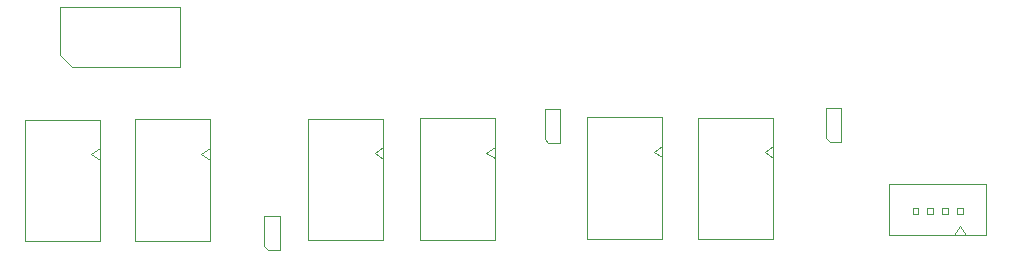
<source format=gbr>
%TF.GenerationSoftware,KiCad,Pcbnew,7.0.8*%
%TF.CreationDate,2024-02-06T22:23:07+01:00*%
%TF.ProjectId,HatV3,48617456-332e-46b6-9963-61645f706362,V2*%
%TF.SameCoordinates,Original*%
%TF.FileFunction,AssemblyDrawing,Bot*%
%FSLAX46Y46*%
G04 Gerber Fmt 4.6, Leading zero omitted, Abs format (unit mm)*
G04 Created by KiCad (PCBNEW 7.0.8) date 2024-02-06 22:23:07*
%MOMM*%
%LPD*%
G01*
G04 APERTURE LIST*
%ADD10C,0.100000*%
G04 APERTURE END LIST*
D10*
%TO.C,U8*%
X177421678Y-102335178D02*
X177421678Y-104910178D01*
X177421678Y-104910178D02*
X177746678Y-105235178D01*
X177746678Y-105235178D02*
X178721678Y-105235178D01*
X178721678Y-102335178D02*
X177421678Y-102335178D01*
X178721678Y-105235178D02*
X178721678Y-102335178D01*
%TO.C,J8*%
X163557978Y-103141578D02*
X157207978Y-103141578D01*
X163557978Y-103141578D02*
X163557978Y-113441578D01*
X157207978Y-103141578D02*
X157207978Y-113441578D01*
X163557978Y-105541578D02*
X162850871Y-106041578D01*
X162850871Y-106041578D02*
X163557978Y-106541578D01*
X163557978Y-113441578D02*
X157207978Y-113441578D01*
%TO.C,J4*%
X149356400Y-103231800D02*
X143006400Y-103231800D01*
X149356400Y-103231800D02*
X149356400Y-113531800D01*
X143006400Y-103231800D02*
X143006400Y-113531800D01*
X149356400Y-105631800D02*
X148649293Y-106131800D01*
X148649293Y-106131800D02*
X149356400Y-106631800D01*
X149356400Y-113531800D02*
X143006400Y-113531800D01*
%TO.C,J3*%
X139947422Y-103246222D02*
X133597422Y-103246222D01*
X139947422Y-103246222D02*
X139947422Y-113546222D01*
X133597422Y-103246222D02*
X133597422Y-113546222D01*
X139947422Y-105646222D02*
X139240315Y-106146222D01*
X139240315Y-106146222D02*
X139947422Y-106646222D01*
X139947422Y-113546222D02*
X133597422Y-113546222D01*
%TO.C,J6*%
X122708238Y-93775962D02*
X112548238Y-93775962D01*
X112548238Y-93775962D02*
X112548238Y-97855962D01*
X112548238Y-97855962D02*
X113548238Y-98855962D01*
X122708238Y-98855962D02*
X122708238Y-93775962D01*
X113548238Y-98855962D02*
X122708238Y-98855962D01*
%TO.C,J7*%
X190997400Y-113072400D02*
X190997400Y-108822400D01*
X190997400Y-113072400D02*
X182747400Y-113072400D01*
X190997400Y-108822400D02*
X182747400Y-108822400D01*
X189247400Y-113072400D02*
X188747400Y-112365293D01*
X188997400Y-111322400D02*
X188497400Y-111322400D01*
X188997400Y-110822400D02*
X188997400Y-111322400D01*
X188747400Y-112365293D02*
X188247400Y-113072400D01*
X188497400Y-111322400D02*
X188497400Y-110822400D01*
X188497400Y-110822400D02*
X188997400Y-110822400D01*
X187747400Y-111322400D02*
X187247400Y-111322400D01*
X187747400Y-110822400D02*
X187747400Y-111322400D01*
X187247400Y-111322400D02*
X187247400Y-110822400D01*
X187247400Y-110822400D02*
X187747400Y-110822400D01*
X186497400Y-111322400D02*
X185997400Y-111322400D01*
X186497400Y-110822400D02*
X186497400Y-111322400D01*
X185997400Y-111322400D02*
X185997400Y-110822400D01*
X185997400Y-110822400D02*
X186497400Y-110822400D01*
X185247400Y-111322400D02*
X184747400Y-111322400D01*
X185247400Y-110822400D02*
X185247400Y-111322400D01*
X184747400Y-111322400D02*
X184747400Y-110822400D01*
X184747400Y-110822400D02*
X185247400Y-110822400D01*
X182747400Y-113072400D02*
X182747400Y-108822400D01*
%TO.C,U4*%
X153601900Y-102446200D02*
X153601900Y-105021200D01*
X153601900Y-105021200D02*
X153926900Y-105346200D01*
X153926900Y-105346200D02*
X154901900Y-105346200D01*
X154901900Y-102446200D02*
X153601900Y-102446200D01*
X154901900Y-105346200D02*
X154901900Y-102446200D01*
%TO.C,J9*%
X172974578Y-103181378D02*
X166624578Y-103181378D01*
X172974578Y-103181378D02*
X172974578Y-113481378D01*
X166624578Y-103181378D02*
X166624578Y-113481378D01*
X172974578Y-105581378D02*
X172267471Y-106081378D01*
X172267471Y-106081378D02*
X172974578Y-106581378D01*
X172974578Y-113481378D02*
X166624578Y-113481378D01*
%TO.C,U2*%
X129867322Y-111503022D02*
X129867322Y-114078022D01*
X129867322Y-114078022D02*
X130192322Y-114403022D01*
X130192322Y-114403022D02*
X131167322Y-114403022D01*
X131167322Y-111503022D02*
X129867322Y-111503022D01*
X131167322Y-114403022D02*
X131167322Y-111503022D01*
%TO.C,J2*%
X125232822Y-103322422D02*
X118882822Y-103322422D01*
X125232822Y-103322422D02*
X125232822Y-113622422D01*
X118882822Y-103322422D02*
X118882822Y-113622422D01*
X125232822Y-105722422D02*
X124525715Y-106222422D01*
X124525715Y-106222422D02*
X125232822Y-106722422D01*
X125232822Y-113622422D02*
X118882822Y-113622422D01*
%TO.C,J1*%
X115927022Y-103346822D02*
X109577022Y-103346822D01*
X115927022Y-103346822D02*
X115927022Y-113646822D01*
X109577022Y-103346822D02*
X109577022Y-113646822D01*
X115927022Y-105746822D02*
X115219915Y-106246822D01*
X115219915Y-106246822D02*
X115927022Y-106746822D01*
X115927022Y-113646822D02*
X109577022Y-113646822D01*
%TD*%
M02*

</source>
